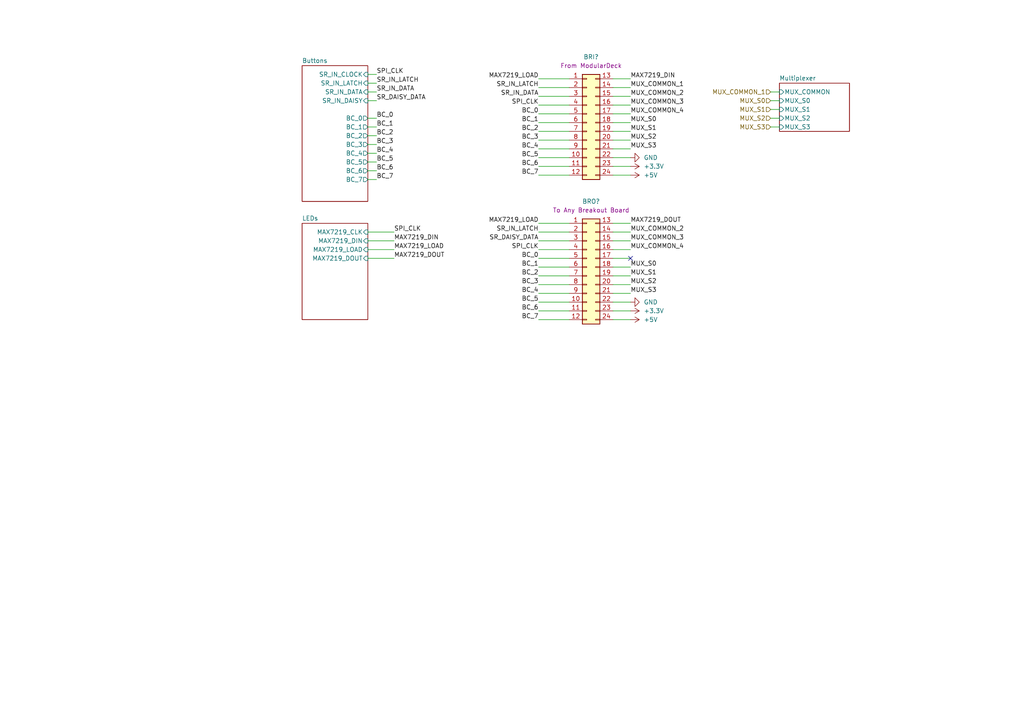
<source format=kicad_sch>
(kicad_sch (version 20211123) (generator eeschema)
  (paper "A4")
  (lib_symbols
    (symbol "Connector_Generic:Conn_02x12_Top_Bottom" (pin_names (offset 1.016) hide)
      (property "Reference" "J" (at 1.27 15.24 0))
      (property "Value" "Conn_02x12_Top_Bottom" (at 1.27 -17.78 0))
      (symbol "Conn_02x12_Top_Bottom_1_1"
        (rectangle (start -1.27 -15.113) (end 0 -15.367) (stroke (width 0.1524)))
        (rectangle (start -1.27 -12.573) (end 0 -12.827) (stroke (width 0.1524)))
        (rectangle (start -1.27 -10.033) (end 0 -10.287) (stroke (width 0.1524)))
        (rectangle (start -1.27 -7.493) (end 0 -7.747) (stroke (width 0.1524)))
        (rectangle (start -1.27 -4.953) (end 0 -5.207) (stroke (width 0.1524)))
        (rectangle (start -1.27 -2.413) (end 0 -2.667) (stroke (width 0.1524)))
        (rectangle (start -1.27 0.127) (end 0 -0.127) (stroke (width 0.1524)))
        (rectangle (start -1.27 2.667) (end 0 2.413) (stroke (width 0.1524)))
        (rectangle (start -1.27 5.207) (end 0 4.953) (stroke (width 0.1524)))
        (rectangle (start -1.27 7.747) (end 0 7.493) (stroke (width 0.1524)))
        (rectangle (start -1.27 10.287) (end 0 10.033) (stroke (width 0.1524)))
        (rectangle (start -1.27 12.827) (end 0 12.573) (stroke (width 0.1524)))
        (rectangle (start -1.27 13.97) (end 3.81 -16.51) (stroke (width 0.254)) (fill (type background)))
        (rectangle (start 3.81 -15.113) (end 2.54 -15.367) (stroke (width 0.1524)))
        (rectangle (start 3.81 -12.573) (end 2.54 -12.827) (stroke (width 0.1524)))
        (rectangle (start 3.81 -10.033) (end 2.54 -10.287) (stroke (width 0.1524)))
        (rectangle (start 3.81 -7.493) (end 2.54 -7.747) (stroke (width 0.1524)))
        (rectangle (start 3.81 -4.953) (end 2.54 -5.207) (stroke (width 0.1524)))
        (rectangle (start 3.81 -2.413) (end 2.54 -2.667) (stroke (width 0.1524)))
        (rectangle (start 3.81 0.127) (end 2.54 -0.127) (stroke (width 0.1524)))
        (rectangle (start 3.81 2.667) (end 2.54 2.413) (stroke (width 0.1524)))
        (rectangle (start 3.81 5.207) (end 2.54 4.953) (stroke (width 0.1524)))
        (rectangle (start 3.81 7.747) (end 2.54 7.493) (stroke (width 0.1524)))
        (rectangle (start 3.81 10.287) (end 2.54 10.033) (stroke (width 0.1524)))
        (rectangle (start 3.81 12.827) (end 2.54 12.573) (stroke (width 0.1524)))
        (pin passive line (at -5.08 12.7 0) (length 3.81) (name "Pin_1") (number "1"))
        (pin passive line (at -5.08 -10.16 0) (length 3.81) (name "Pin_10") (number "10"))
        (pin passive line (at -5.08 -12.7 0) (length 3.81) (name "Pin_11") (number "11"))
        (pin passive line (at -5.08 -15.24 0) (length 3.81) (name "Pin_12") (number "12"))
        (pin passive line (at 7.62 12.7 180) (length 3.81) (name "Pin_13") (number "13"))
        (pin passive line (at 7.62 10.16 180) (length 3.81) (name "Pin_14") (number "14"))
        (pin passive line (at 7.62 7.62 180) (length 3.81) (name "Pin_15") (number "15"))
        (pin passive line (at 7.62 5.08 180) (length 3.81) (name "Pin_16") (number "16"))
        (pin passive line (at 7.62 2.54 180) (length 3.81) (name "Pin_17") (number "17"))
        (pin passive line (at 7.62 0 180) (length 3.81) (name "Pin_18") (number "18"))
        (pin passive line (at 7.62 -2.54 180) (length 3.81) (name "Pin_19") (number "19"))
        (pin passive line (at -5.08 10.16 0) (length 3.81) (name "Pin_2") (number "2"))
        (pin passive line (at 7.62 -5.08 180) (length 3.81) (name "Pin_20") (number "20"))
        (pin passive line (at 7.62 -7.62 180) (length 3.81) (name "Pin_21") (number "21"))
        (pin passive line (at 7.62 -10.16 180) (length 3.81) (name "Pin_22") (number "22"))
        (pin passive line (at 7.62 -12.7 180) (length 3.81) (name "Pin_23") (number "23"))
        (pin passive line (at 7.62 -15.24 180) (length 3.81) (name "Pin_24") (number "24"))
        (pin passive line (at -5.08 7.62 0) (length 3.81) (name "Pin_3") (number "3"))
        (pin passive line (at -5.08 5.08 0) (length 3.81) (name "Pin_4") (number "4"))
        (pin passive line (at -5.08 2.54 0) (length 3.81) (name "Pin_5") (number "5"))
        (pin passive line (at -5.08 0 0) (length 3.81) (name "Pin_6") (number "6"))
        (pin passive line (at -5.08 -2.54 0) (length 3.81) (name "Pin_7") (number "7"))
        (pin passive line (at -5.08 -5.08 0) (length 3.81) (name "Pin_8") (number "8"))
        (pin passive line (at -5.08 -7.62 0) (length 3.81) (name "Pin_9") (number "9"))
      )
    )
    (symbol "power:+3.3V" (power) (pin_names (offset 0))
      (property "Value" "+3.3V" (at 0 3.556 0))
      (symbol "+3.3V_0_1"
        (polyline (pts (xy -0.762 1.27) (xy 0 2.54)))
        (polyline (pts (xy 0 0) (xy 0 2.54)))
        (polyline (pts (xy 0 2.54) (xy 0.762 1.27)))
      )
      (symbol "+3.3V_1_1"
        (pin power_in line (at 0 0 90) (length 0) hide (name "+3.3V") (number "1"))
      )
    )
    (symbol "power:+5V" (power) (pin_names (offset 0))
      (property "Value" "+5V" (at 0 3.556 0))
      (symbol "+5V_0_1"
        (polyline (pts (xy -0.762 1.27) (xy 0 2.54)))
        (polyline (pts (xy 0 0) (xy 0 2.54)))
        (polyline (pts (xy 0 2.54) (xy 0.762 1.27)))
      )
      (symbol "+5V_1_1"
        (pin power_in line (at 0 0 90) (length 0) hide (name "+5V") (number "1"))
      )
    )
    (symbol "power:GND" (power) (pin_names (offset 0))
      (property "Value" "GND" (at 0 -3.81 0))
      (symbol "GND_0_1"
        (polyline (pts (xy 0 0) (xy 0 -1.27) (xy 1.27 -1.27) (xy 0 -2.54) (xy -1.27 -1.27) (xy 0 -1.27)))
      )
      (symbol "GND_1_1"
        (pin power_in line (at 0 0 270) (length 0) hide (name "GND") (number "1"))
      )
    )
  )
  (no_connect (at 182.88 74.93))
  (wire (pts (xy 106.68 69.85) (xy 114.3 69.85)))
  (wire (pts (xy 106.68 29.21) (xy 109.22 29.21)))
  (wire (pts (xy 177.8 33.02) (xy 182.88 33.02)))
  (wire (pts (xy 156.21 25.4) (xy 165.1 25.4)))
  (wire (pts (xy 177.8 69.85) (xy 182.88 69.85)))
  (wire (pts (xy 156.21 85.09) (xy 165.1 85.09)))
  (wire (pts (xy 177.8 90.17) (xy 182.88 90.17)))
  (wire (pts (xy 156.21 69.85) (xy 165.1 69.85)))
  (wire (pts (xy 177.8 35.56) (xy 182.88 35.56)))
  (wire (pts (xy 177.8 22.86) (xy 182.88 22.86)))
  (wire (pts (xy 177.8 48.26) (xy 182.88 48.26)))
  (wire (pts (xy 156.21 33.02) (xy 165.1 33.02)))
  (wire (pts (xy 226.06 31.75) (xy 223.52 31.75)))
  (wire (pts (xy 156.21 72.39) (xy 165.1 72.39)))
  (wire (pts (xy 106.68 26.67) (xy 109.22 26.67)))
  (wire (pts (xy 156.21 50.8) (xy 165.1 50.8)))
  (wire (pts (xy 156.21 80.01) (xy 165.1 80.01)))
  (wire (pts (xy 106.68 46.99) (xy 109.22 46.99)))
  (wire (pts (xy 226.06 36.83) (xy 223.52 36.83)))
  (wire (pts (xy 156.21 92.71) (xy 165.1 92.71)))
  (wire (pts (xy 106.68 44.45) (xy 109.22 44.45)))
  (wire (pts (xy 156.21 64.77) (xy 165.1 64.77)))
  (wire (pts (xy 106.68 67.31) (xy 114.3 67.31)))
  (wire (pts (xy 177.8 87.63) (xy 182.88 87.63)))
  (wire (pts (xy 226.06 29.21) (xy 223.52 29.21)))
  (wire (pts (xy 156.21 87.63) (xy 165.1 87.63)))
  (wire (pts (xy 156.21 48.26) (xy 165.1 48.26)))
  (wire (pts (xy 156.21 45.72) (xy 165.1 45.72)))
  (wire (pts (xy 106.68 34.29) (xy 109.22 34.29)))
  (wire (pts (xy 106.68 39.37) (xy 109.22 39.37)))
  (wire (pts (xy 177.8 27.94) (xy 182.88 27.94)))
  (wire (pts (xy 177.8 45.72) (xy 182.88 45.72)))
  (wire (pts (xy 156.21 74.93) (xy 165.1 74.93)))
  (wire (pts (xy 106.68 21.59) (xy 109.22 21.59)))
  (wire (pts (xy 156.21 27.94) (xy 165.1 27.94)))
  (wire (pts (xy 106.68 49.53) (xy 109.22 49.53)))
  (wire (pts (xy 156.21 82.55) (xy 165.1 82.55)))
  (wire (pts (xy 177.8 67.31) (xy 182.88 67.31)))
  (wire (pts (xy 177.8 72.39) (xy 182.88 72.39)))
  (wire (pts (xy 226.06 34.29) (xy 223.52 34.29)))
  (wire (pts (xy 156.21 43.18) (xy 165.1 43.18)))
  (wire (pts (xy 106.68 36.83) (xy 109.22 36.83)))
  (wire (pts (xy 177.8 80.01) (xy 182.88 80.01)))
  (wire (pts (xy 177.8 25.4) (xy 182.88 25.4)))
  (wire (pts (xy 156.21 35.56) (xy 165.1 35.56)))
  (wire (pts (xy 177.8 40.64) (xy 182.88 40.64)))
  (wire (pts (xy 177.8 50.8) (xy 182.88 50.8)))
  (wire (pts (xy 156.21 77.47) (xy 165.1 77.47)))
  (wire (pts (xy 156.21 67.31) (xy 165.1 67.31)))
  (wire (pts (xy 106.68 52.07) (xy 109.22 52.07)))
  (wire (pts (xy 177.8 82.55) (xy 182.88 82.55)))
  (wire (pts (xy 106.68 74.93) (xy 114.3 74.93)))
  (wire (pts (xy 156.21 40.64) (xy 165.1 40.64)))
  (wire (pts (xy 156.21 22.86) (xy 165.1 22.86)))
  (wire (pts (xy 177.8 92.71) (xy 182.88 92.71)))
  (wire (pts (xy 177.8 30.48) (xy 182.88 30.48)))
  (wire (pts (xy 177.8 64.77) (xy 182.88 64.77)))
  (wire (pts (xy 106.68 72.39) (xy 114.3 72.39)))
  (wire (pts (xy 156.21 30.48) (xy 165.1 30.48)))
  (wire (pts (xy 106.68 24.13) (xy 109.22 24.13)))
  (wire (pts (xy 177.8 85.09) (xy 182.88 85.09)))
  (wire (pts (xy 106.68 41.91) (xy 109.22 41.91)))
  (wire (pts (xy 177.8 74.93) (xy 182.88 74.93)))
  (wire (pts (xy 177.8 77.47) (xy 182.88 77.47)))
  (wire (pts (xy 177.8 38.1) (xy 182.88 38.1)))
  (wire (pts (xy 177.8 43.18) (xy 182.88 43.18)))
  (wire (pts (xy 156.21 38.1) (xy 165.1 38.1)))
  (wire (pts (xy 156.21 90.17) (xy 165.1 90.17)))
  (wire (pts (xy 226.06 26.67) (xy 223.52 26.67)))
  (label "BC_1" (at 156.21 77.47 180))
  (label "BC_6" (at 156.21 48.26 180))
  (label "MUX_COMMON_2" (at 182.88 27.94 0))
  (label "SR_DAISY_DATA" (at 109.22 29.21 0))
  (label "MUX_S2" (at 182.88 40.64 0))
  (label "BC_4" (at 156.21 43.18 180))
  (label "MUX_COMMON_2" (at 182.88 67.31 0))
  (label "MAX7219_DIN" (at 182.88 22.86 0))
  (label "BC_3" (at 156.21 82.55 180))
  (label "BC_2" (at 156.21 80.01 180))
  (label "MAX7219_LOAD" (at 156.21 64.77 180))
  (label "SR_DAISY_DATA" (at 156.21 69.85 180))
  (label "BC_4" (at 109.22 44.45 0))
  (label "BC_7" (at 156.21 92.71 180))
  (label "SR_IN_LATCH" (at 156.21 67.31 180))
  (label "BC_7" (at 156.21 50.8 180))
  (label "BC_2" (at 156.21 38.1 180))
  (label "BC_6" (at 156.21 90.17 180))
  (label "MUX_S0" (at 182.88 77.47 0))
  (label "MAX7219_LOAD" (at 114.3 72.39 0))
  (label "MUX_S0" (at 182.88 35.56 0))
  (label "MAX7219_DOUT" (at 182.88 64.77 0))
  (label "MUX_S2" (at 182.88 82.55 0))
  (label "BC_0" (at 156.21 74.93 180))
  (label "MUX_COMMON_4" (at 182.88 33.02 0))
  (label "BC_5" (at 109.22 46.99 0))
  (label "BC_7" (at 109.22 52.07 0))
  (label "MUX_S3" (at 182.88 85.09 0))
  (label "MUX_COMMON_3" (at 182.88 30.48 0))
  (label "MUX_COMMON_1" (at 182.88 25.4 0))
  (label "BC_0" (at 156.21 33.02 180))
  (label "SPI_CLK" (at 114.3 67.31 0))
  (label "BC_1" (at 156.21 35.56 180))
  (label "MAX7219_DIN" (at 114.3 69.85 0))
  (label "BC_4" (at 156.21 85.09 180))
  (label "BC_5" (at 156.21 45.72 180))
  (label "BC_3" (at 156.21 40.64 180))
  (label "MUX_COMMON_3" (at 182.88 69.85 0))
  (label "SR_IN_LATCH" (at 156.21 25.4 180))
  (label "MAX7219_LOAD" (at 156.21 22.86 180))
  (label "BC_2" (at 109.22 39.37 0))
  (label "SPI_CLK" (at 156.21 30.48 180))
  (label "MUX_S3" (at 182.88 43.18 0))
  (label "SPI_CLK" (at 156.21 72.39 180))
  (label "SR_IN_DATA" (at 109.22 26.67 0))
  (label "SPI_CLK" (at 109.22 21.59 0))
  (label "SR_IN_DATA" (at 156.21 27.94 180))
  (label "SR_IN_LATCH" (at 109.22 24.13 0))
  (label "BC_1" (at 109.22 36.83 0))
  (label "MUX_S1" (at 182.88 38.1 0))
  (label "MUX_COMMON_4" (at 182.88 72.39 0))
  (label "BC_0" (at 109.22 34.29 0))
  (label "MAX7219_DOUT" (at 114.3 74.93 0))
  (label "BC_5" (at 156.21 87.63 180))
  (label "BC_3" (at 109.22 41.91 0))
  (label "BC_6" (at 109.22 49.53 0))
  (label "MUX_S1" (at 182.88 80.01 0))
  (hierarchical_label "MUX_S0" (shape input) (at 223.52 29.21 180))
  (hierarchical_label "MUX_S1" (shape input) (at 223.52 31.75 180))
  (hierarchical_label "MUX_S3" (shape input) (at 223.52 36.83 180))
  (hierarchical_label "MUX_COMMON_1" (shape input) (at 223.52 26.67 180))
  (hierarchical_label "MUX_S2" (shape input) (at 223.52 34.29 180))
  (symbol (lib_id "power:+3.3V") (at 182.88 48.26 270) (unit 1)
    (property "Reference" "#PWR?" (effects hide))
    (property "Value" "+3.3V" (at 186.69 48.2601 90) (effects (justify left)))
  )
  (symbol (lib_id "power:GND") (at 182.88 87.63 90) (unit 1)
    (property "Reference" "#PWR?" (effects hide))
    (property "Value" "GND" (at 186.69 87.6299 90) (effects (justify right)))
  )
  (symbol (lib_id "Connector_Generic:Conn_02x12_Top_Bottom") (at 170.18 35.56 0) (unit 1)
    (property "Reference" "BRI?" (at 171.45 16.51 0))
    (property "Value" "Conn_02x12_Top_Bottom" (effects hide))
    (property "Description" "From ModularDeck" (at 171.45 19.05 0))
  )
  (symbol (lib_id "power:GND") (at 182.88 45.72 90) (unit 1)
    (property "Reference" "#PWR?" (effects hide))
    (property "Value" "GND" (at 186.69 45.7199 90) (effects (justify right)))
  )
  (symbol (lib_id "power:+5V") (at 182.88 92.71 270) (unit 1)
    (property "Reference" "#PWR?" (effects hide))
    (property "Value" "+5V" (at 186.69 92.7101 90) (effects (justify left)))
  )
  (symbol (lib_id "power:+3.3V") (at 182.88 90.17 270) (unit 1)
    (property "Reference" "#PWR?" (effects hide))
    (property "Value" "+3.3V" (at 186.69 90.1701 90) (effects (justify left)))
  )
  (symbol (lib_id "Connector_Generic:Conn_02x12_Top_Bottom") (at 170.18 77.47 0) (unit 1)
    (property "Reference" "BRO?" (at 171.45 58.42 0))
    (property "Value" "Conn_02x12_Top_Bottom" (effects hide))
    (property "Description" "To Any Breakout Board" (at 171.45 60.96 0))
  )
  (symbol (lib_id "power:+5V") (at 182.88 50.8 270) (unit 1)
    (property "Reference" "#PWR?" (effects hide))
    (property "Value" "+5V" (at 186.69 50.8001 90) (effects (justify left)))
  )
  (sheet (at 87.63 19.05) (size 19.05 39.37) (stroke (width 0.1524))
    (property "Sheet name" "Buttons" (at 87.63 18.3384 0) (effects (justify left bottom)))
    (property "Sheet file" "Buttons.kicad_sch" (effects hide))
    (pin "SR_IN_CLOCK" input (at 106.68 21.59 0))
    (pin "SR_IN_LATCH" input (at 106.68 24.13 0))
    (pin "SR_IN_DATA" input (at 106.68 26.67 0))
    (pin "SR_IN_DAISY" input (at 106.68 29.21 0))
    (pin "BC_2" output (at 106.68 39.37 0))
    (pin "BC_6" output (at 106.68 49.53 0))
    (pin "BC_0" output (at 106.68 34.29 0))
    (pin "BC_7" output (at 106.68 52.07 0))
    (pin "BC_5" output (at 106.68 46.99 0))
    (pin "BC_4" output (at 106.68 44.45 0))
    (pin "BC_3" output (at 106.68 41.91 0))
    (pin "BC_1" output (at 106.68 36.83 0))
  )
  (sheet (at 226.06 24.13) (size 20.32 13.97) (stroke (width 0.1524))
    (property "Sheet name" "Multiplexer" (at 226.06 23.4184 0) (effects (justify left bottom)))
    (property "Sheet file" "Analog_Multiplexer.kicad_sch" (effects hide))
    (pin "MUX_COMMON" input (at 226.06 26.67 180))
    (pin "MUX_S2" input (at 226.06 34.29 180))
    (pin "MUX_S0" input (at 226.06 29.21 180))
    (pin "MUX_S1" input (at 226.06 31.75 180))
    (pin "MUX_S3" input (at 226.06 36.83 180))
  )
  (sheet (at 87.63 64.77) (size 19.05 27.94) (stroke (width 0.1524))
    (property "Sheet name" "LEDs" (at 87.63 64.0584 0) (effects (justify left bottom)))
    (property "Sheet file" "LEDs.kicad_sch" (effects hide))
    (pin "MAX7219_DIN" input (at 106.68 69.85 0))
    (pin "MAX7219_LOAD" input (at 106.68 72.39 0))
    (pin "MAX7219_CLK" input (at 106.68 67.31 0))
    (pin "MAX7219_DOUT" input (at 106.68 74.93 0))
  )
)
</source>
